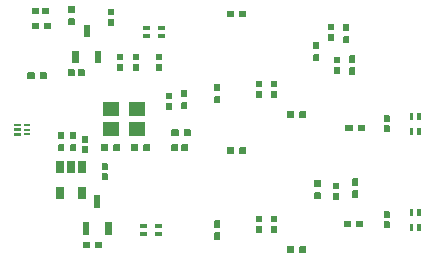
<source format=gbp>
G04 Layer: BottomPasteMaskLayer*
G04 EasyEDA v6.4.20.6, 2021-08-10T23:17:12+08:00*
G04 038dca5a8d274e5a88e6f2799ec95489,d221c9f3c2774e99b69775551637dae4,10*
G04 Gerber Generator version 0.2*
G04 Scale: 100 percent, Rotated: No, Reflected: No *
G04 Dimensions in millimeters *
G04 leading zeros omitted , absolute positions ,4 integer and 5 decimal *
%FSLAX45Y45*%
%MOMM*%

%ADD30R,0.5850X0.2240*%

%LPD*%
G36*
X2250287Y1485087D02*
G01*
X2246274Y1481124D01*
X2246274Y1431036D01*
X2250287Y1427022D01*
X2296312Y1427022D01*
X2300325Y1431036D01*
X2300325Y1481124D01*
X2296312Y1485087D01*
G37*
G36*
X2250287Y1570177D02*
G01*
X2246274Y1566164D01*
X2246274Y1516075D01*
X2250287Y1512112D01*
X2296312Y1512112D01*
X2300325Y1516075D01*
X2300325Y1566164D01*
X2296312Y1570177D01*
G37*
G36*
X2250287Y342087D02*
G01*
X2246274Y338124D01*
X2246274Y288036D01*
X2250287Y284022D01*
X2296312Y284022D01*
X2300325Y288036D01*
X2300325Y338124D01*
X2296312Y342087D01*
G37*
G36*
X2250287Y427177D02*
G01*
X2246274Y423164D01*
X2246274Y373075D01*
X2250287Y369112D01*
X2296312Y369112D01*
X2300325Y373075D01*
X2300325Y423164D01*
X2296312Y427177D01*
G37*
G36*
X2732887Y1967687D02*
G01*
X2728874Y1963724D01*
X2728874Y1913636D01*
X2732887Y1909622D01*
X2778912Y1909622D01*
X2782925Y1913636D01*
X2782925Y1963724D01*
X2778912Y1967687D01*
G37*
G36*
X2732887Y2052777D02*
G01*
X2728874Y2048764D01*
X2728874Y1998675D01*
X2732887Y1994712D01*
X2778912Y1994712D01*
X2782925Y1998675D01*
X2782925Y2048764D01*
X2778912Y2052777D01*
G37*
G36*
X650087Y1100277D02*
G01*
X646074Y1096264D01*
X646074Y1046175D01*
X650087Y1042212D01*
X696112Y1042212D01*
X700125Y1046175D01*
X700125Y1096264D01*
X696112Y1100277D01*
G37*
G36*
X650087Y1015187D02*
G01*
X646074Y1011224D01*
X646074Y961136D01*
X650087Y957122D01*
X696112Y957122D01*
X700125Y961136D01*
X700125Y1011224D01*
X696112Y1015187D01*
G37*
G36*
X2783687Y1688287D02*
G01*
X2779674Y1684324D01*
X2779674Y1634236D01*
X2783687Y1630222D01*
X2829712Y1630222D01*
X2833725Y1634236D01*
X2833725Y1684324D01*
X2829712Y1688287D01*
G37*
G36*
X2783687Y1773377D02*
G01*
X2779674Y1769364D01*
X2779674Y1719275D01*
X2783687Y1715312D01*
X2829712Y1715312D01*
X2833725Y1719275D01*
X2833725Y1769364D01*
X2829712Y1773377D01*
G37*
G36*
X2123287Y1570177D02*
G01*
X2119274Y1566164D01*
X2119274Y1516075D01*
X2123287Y1512112D01*
X2169312Y1512112D01*
X2173325Y1516075D01*
X2173325Y1566164D01*
X2169312Y1570177D01*
G37*
G36*
X2123287Y1485087D02*
G01*
X2119274Y1481124D01*
X2119274Y1431036D01*
X2123287Y1427022D01*
X2169312Y1427022D01*
X2173325Y1431036D01*
X2173325Y1481124D01*
X2169312Y1485087D01*
G37*
G36*
X224536Y2186025D02*
G01*
X220522Y2182012D01*
X220522Y2135987D01*
X224536Y2131974D01*
X274624Y2131974D01*
X278587Y2135987D01*
X278587Y2182012D01*
X274624Y2186025D01*
G37*
G36*
X309575Y2186025D02*
G01*
X305612Y2182012D01*
X305612Y2135987D01*
X309575Y2131974D01*
X359664Y2131974D01*
X363677Y2135987D01*
X363677Y2182012D01*
X359664Y2186025D01*
G37*
G36*
X3202787Y465277D02*
G01*
X3198774Y461264D01*
X3198774Y411175D01*
X3202787Y407212D01*
X3248812Y407212D01*
X3252825Y411175D01*
X3252825Y461264D01*
X3248812Y465277D01*
G37*
G36*
X3202787Y380187D02*
G01*
X3198774Y376224D01*
X3198774Y326136D01*
X3202787Y322122D01*
X3248812Y322122D01*
X3252825Y326136D01*
X3252825Y376224D01*
X3248812Y380187D01*
G37*
G36*
X3202787Y1278077D02*
G01*
X3198774Y1274064D01*
X3198774Y1223975D01*
X3202787Y1220012D01*
X3248812Y1220012D01*
X3252825Y1223975D01*
X3252825Y1274064D01*
X3248812Y1278077D01*
G37*
G36*
X3202787Y1192987D02*
G01*
X3198774Y1189024D01*
X3198774Y1138936D01*
X3202787Y1134922D01*
X3248812Y1134922D01*
X3252825Y1138936D01*
X3252825Y1189024D01*
X3248812Y1192987D01*
G37*
G36*
X865987Y2094687D02*
G01*
X861974Y2090724D01*
X861974Y2040636D01*
X865987Y2036622D01*
X912012Y2036622D01*
X916025Y2040636D01*
X916025Y2090724D01*
X912012Y2094687D01*
G37*
G36*
X865987Y2179777D02*
G01*
X861974Y2175764D01*
X861974Y2125675D01*
X865987Y2121712D01*
X912012Y2121712D01*
X916025Y2125675D01*
X916025Y2175764D01*
X912012Y2179777D01*
G37*
G36*
X2770987Y706577D02*
G01*
X2766974Y702564D01*
X2766974Y652475D01*
X2770987Y648512D01*
X2817012Y648512D01*
X2821025Y652475D01*
X2821025Y702564D01*
X2817012Y706577D01*
G37*
G36*
X2770987Y621487D02*
G01*
X2766974Y617524D01*
X2766974Y567436D01*
X2770987Y563422D01*
X2817012Y563422D01*
X2821025Y567436D01*
X2821025Y617524D01*
X2817012Y621487D01*
G37*
G36*
X2123287Y427177D02*
G01*
X2119274Y423164D01*
X2119274Y373075D01*
X2123287Y369112D01*
X2169312Y369112D01*
X2173325Y373075D01*
X2173325Y423164D01*
X2169312Y427177D01*
G37*
G36*
X2123287Y342087D02*
G01*
X2119274Y338124D01*
X2119274Y288036D01*
X2123287Y284022D01*
X2169312Y284022D01*
X2173325Y288036D01*
X2173325Y338124D01*
X2169312Y342087D01*
G37*
G36*
X942187Y1798777D02*
G01*
X938174Y1794764D01*
X938174Y1744675D01*
X942187Y1740712D01*
X988212Y1740712D01*
X992225Y1744675D01*
X992225Y1794764D01*
X988212Y1798777D01*
G37*
G36*
X942187Y1713687D02*
G01*
X938174Y1709724D01*
X938174Y1659636D01*
X942187Y1655622D01*
X988212Y1655622D01*
X992225Y1659636D01*
X992225Y1709724D01*
X988212Y1713687D01*
G37*
G36*
X815187Y786587D02*
G01*
X811174Y782624D01*
X811174Y732536D01*
X815187Y728522D01*
X861212Y728522D01*
X865225Y732536D01*
X865225Y782624D01*
X861212Y786587D01*
G37*
G36*
X815187Y871677D02*
G01*
X811174Y867664D01*
X811174Y817575D01*
X815187Y813612D01*
X861212Y813612D01*
X865225Y817575D01*
X865225Y867664D01*
X861212Y871677D01*
G37*
G36*
X1081887Y1713687D02*
G01*
X1077874Y1709724D01*
X1077874Y1659636D01*
X1081887Y1655622D01*
X1127912Y1655622D01*
X1131925Y1659636D01*
X1131925Y1709724D01*
X1127912Y1713687D01*
G37*
G36*
X1081887Y1798777D02*
G01*
X1077874Y1794764D01*
X1077874Y1744675D01*
X1081887Y1740712D01*
X1127912Y1740712D01*
X1131925Y1744675D01*
X1131925Y1794764D01*
X1127912Y1798777D01*
G37*
G36*
X1405636Y1030325D02*
G01*
X1401622Y1026312D01*
X1401622Y980287D01*
X1405636Y976274D01*
X1455674Y976274D01*
X1459687Y980287D01*
X1459687Y1026312D01*
X1455674Y1030325D01*
G37*
G36*
X1490726Y1030325D02*
G01*
X1486712Y1026312D01*
X1486712Y980287D01*
X1490726Y976274D01*
X1540764Y976274D01*
X1544777Y980287D01*
X1544777Y1026312D01*
X1540764Y1030325D01*
G37*
G36*
X1272387Y1798777D02*
G01*
X1268374Y1794764D01*
X1268374Y1744675D01*
X1272387Y1740712D01*
X1318412Y1740712D01*
X1322425Y1744675D01*
X1322425Y1794764D01*
X1318412Y1798777D01*
G37*
G36*
X1272387Y1713687D02*
G01*
X1268374Y1709724D01*
X1268374Y1659636D01*
X1272387Y1655622D01*
X1318412Y1655622D01*
X1322425Y1659636D01*
X1322425Y1709724D01*
X1318412Y1713687D01*
G37*
G36*
X1361287Y1383487D02*
G01*
X1357274Y1379524D01*
X1357274Y1329436D01*
X1361287Y1325422D01*
X1407312Y1325422D01*
X1411325Y1329436D01*
X1411325Y1379524D01*
X1407312Y1383487D01*
G37*
G36*
X1361287Y1468577D02*
G01*
X1357274Y1464564D01*
X1357274Y1414475D01*
X1361287Y1410512D01*
X1407312Y1410512D01*
X1411325Y1414475D01*
X1411325Y1464564D01*
X1407312Y1468577D01*
G37*
G36*
X1510893Y1157782D02*
G01*
X1505915Y1152804D01*
X1505915Y1107795D01*
X1510893Y1102817D01*
X1563878Y1102817D01*
X1568907Y1107795D01*
X1568907Y1152804D01*
X1563878Y1157782D01*
G37*
G36*
X1407922Y1157782D02*
G01*
X1402892Y1152804D01*
X1402892Y1107795D01*
X1407922Y1102817D01*
X1460906Y1102817D01*
X1465884Y1107795D01*
X1465884Y1152804D01*
X1460906Y1157782D01*
G37*
G36*
X811022Y1030782D02*
G01*
X805992Y1025804D01*
X805992Y980795D01*
X811022Y975817D01*
X864006Y975817D01*
X868984Y980795D01*
X868984Y1025804D01*
X864006Y1030782D01*
G37*
G36*
X913993Y1030782D02*
G01*
X909015Y1025804D01*
X909015Y980795D01*
X913993Y975817D01*
X966978Y975817D01*
X972007Y980795D01*
X972007Y1025804D01*
X966978Y1030782D01*
G37*
G36*
X1488795Y1389684D02*
G01*
X1483817Y1384706D01*
X1483817Y1331722D01*
X1488795Y1326692D01*
X1533804Y1326692D01*
X1538782Y1331722D01*
X1538782Y1384706D01*
X1533804Y1389684D01*
G37*
G36*
X1488795Y1492707D02*
G01*
X1483817Y1487678D01*
X1483817Y1434693D01*
X1488795Y1429715D01*
X1533804Y1429715D01*
X1538782Y1434693D01*
X1538782Y1487678D01*
X1533804Y1492707D01*
G37*
G36*
X447395Y1137107D02*
G01*
X442417Y1132078D01*
X442417Y1079093D01*
X447395Y1074115D01*
X492404Y1074115D01*
X497382Y1079093D01*
X497382Y1132078D01*
X492404Y1137107D01*
G37*
G36*
X447395Y1034084D02*
G01*
X442417Y1029106D01*
X442417Y976121D01*
X447395Y971092D01*
X492404Y971092D01*
X497382Y976121D01*
X497382Y1029106D01*
X492404Y1034084D01*
G37*
G36*
X1065022Y1030782D02*
G01*
X1059992Y1025804D01*
X1059992Y980795D01*
X1065022Y975817D01*
X1118006Y975817D01*
X1122984Y980795D01*
X1122984Y1025804D01*
X1118006Y1030782D01*
G37*
G36*
X1167993Y1030782D02*
G01*
X1163015Y1025804D01*
X1163015Y980795D01*
X1167993Y975817D01*
X1220978Y975817D01*
X1226007Y980795D01*
X1226007Y1025804D01*
X1220978Y1030782D01*
G37*
G36*
X2619095Y730707D02*
G01*
X2614117Y725678D01*
X2614117Y672693D01*
X2619095Y667715D01*
X2664104Y667715D01*
X2669082Y672693D01*
X2669082Y725678D01*
X2664104Y730707D01*
G37*
G36*
X2619095Y627684D02*
G01*
X2614117Y622706D01*
X2614117Y569722D01*
X2619095Y564692D01*
X2664104Y564692D01*
X2669082Y569722D01*
X2669082Y622706D01*
X2664104Y627684D01*
G37*
G36*
X2488793Y167182D02*
G01*
X2483815Y162204D01*
X2483815Y117195D01*
X2488793Y112217D01*
X2541778Y112217D01*
X2546807Y117195D01*
X2546807Y162204D01*
X2541778Y167182D01*
G37*
G36*
X2385822Y167182D02*
G01*
X2380792Y162204D01*
X2380792Y117195D01*
X2385822Y112217D01*
X2438806Y112217D01*
X2443784Y117195D01*
X2443784Y162204D01*
X2438806Y167182D01*
G37*
G36*
X1768195Y284784D02*
G01*
X1763217Y279806D01*
X1763217Y226821D01*
X1768195Y221792D01*
X1813204Y221792D01*
X1818182Y226821D01*
X1818182Y279806D01*
X1813204Y284784D01*
G37*
G36*
X1768195Y387807D02*
G01*
X1763217Y382778D01*
X1763217Y329793D01*
X1768195Y324815D01*
X1813204Y324815D01*
X1818182Y329793D01*
X1818182Y382778D01*
X1813204Y387807D01*
G37*
G36*
X1877822Y1005382D02*
G01*
X1872792Y1000404D01*
X1872792Y955395D01*
X1877822Y950417D01*
X1930806Y950417D01*
X1935784Y955395D01*
X1935784Y1000404D01*
X1930806Y1005382D01*
G37*
G36*
X1980793Y1005382D02*
G01*
X1975815Y1000404D01*
X1975815Y955395D01*
X1980793Y950417D01*
X2033778Y950417D01*
X2038807Y955395D01*
X2038807Y1000404D01*
X2033778Y1005382D01*
G37*
G36*
X2936595Y640384D02*
G01*
X2931617Y635406D01*
X2931617Y582422D01*
X2936595Y577392D01*
X2981604Y577392D01*
X2986582Y582422D01*
X2986582Y635406D01*
X2981604Y640384D01*
G37*
G36*
X2936595Y743407D02*
G01*
X2931617Y738378D01*
X2931617Y685393D01*
X2936595Y680415D01*
X2981604Y680415D01*
X2986582Y685393D01*
X2986582Y738378D01*
X2981604Y743407D01*
G37*
G36*
X761593Y205282D02*
G01*
X756615Y200304D01*
X756615Y155295D01*
X761593Y150317D01*
X814578Y150317D01*
X819607Y155295D01*
X819607Y200304D01*
X814578Y205282D01*
G37*
G36*
X658622Y205282D02*
G01*
X653592Y200304D01*
X653592Y155295D01*
X658622Y150317D01*
X711606Y150317D01*
X716584Y155295D01*
X716584Y200304D01*
X711606Y205282D01*
G37*
G36*
X536295Y2100884D02*
G01*
X531317Y2095906D01*
X531317Y2042922D01*
X536295Y2037892D01*
X581304Y2037892D01*
X586282Y2042922D01*
X586282Y2095906D01*
X581304Y2100884D01*
G37*
G36*
X536295Y2203907D02*
G01*
X531317Y2198878D01*
X531317Y2145893D01*
X536295Y2140915D01*
X581304Y2140915D01*
X586282Y2145893D01*
X586282Y2198878D01*
X581304Y2203907D01*
G37*
G36*
X2606395Y1899107D02*
G01*
X2601417Y1894078D01*
X2601417Y1841093D01*
X2606395Y1836115D01*
X2651404Y1836115D01*
X2656382Y1841093D01*
X2656382Y1894078D01*
X2651404Y1899107D01*
G37*
G36*
X2606395Y1796084D02*
G01*
X2601417Y1791106D01*
X2601417Y1738122D01*
X2606395Y1733092D01*
X2651404Y1733092D01*
X2656382Y1738122D01*
X2656382Y1791106D01*
X2651404Y1796084D01*
G37*
G36*
X2984093Y1195882D02*
G01*
X2979115Y1190904D01*
X2979115Y1145895D01*
X2984093Y1140917D01*
X3037078Y1140917D01*
X3042107Y1145895D01*
X3042107Y1190904D01*
X3037078Y1195882D01*
G37*
G36*
X2881122Y1195882D02*
G01*
X2876092Y1190904D01*
X2876092Y1145895D01*
X2881122Y1140917D01*
X2934106Y1140917D01*
X2939084Y1145895D01*
X2939084Y1190904D01*
X2934106Y1195882D01*
G37*
G36*
X2971393Y383082D02*
G01*
X2966415Y378104D01*
X2966415Y333095D01*
X2971393Y328117D01*
X3024378Y328117D01*
X3029407Y333095D01*
X3029407Y378104D01*
X3024378Y383082D01*
G37*
G36*
X2868422Y383082D02*
G01*
X2863392Y378104D01*
X2863392Y333095D01*
X2868422Y328117D01*
X2921406Y328117D01*
X2926384Y333095D01*
X2926384Y378104D01*
X2921406Y383082D01*
G37*
G36*
X2488793Y1310182D02*
G01*
X2483815Y1305204D01*
X2483815Y1260195D01*
X2488793Y1255217D01*
X2541778Y1255217D01*
X2546807Y1260195D01*
X2546807Y1305204D01*
X2541778Y1310182D01*
G37*
G36*
X2385822Y1310182D02*
G01*
X2380792Y1305204D01*
X2380792Y1260195D01*
X2385822Y1255217D01*
X2438806Y1255217D01*
X2443784Y1260195D01*
X2443784Y1305204D01*
X2438806Y1310182D01*
G37*
G36*
X1768195Y1440484D02*
G01*
X1763217Y1435506D01*
X1763217Y1382522D01*
X1768195Y1377492D01*
X1813204Y1377492D01*
X1818182Y1382522D01*
X1818182Y1435506D01*
X1813204Y1440484D01*
G37*
G36*
X1768195Y1543507D02*
G01*
X1763217Y1538478D01*
X1763217Y1485493D01*
X1768195Y1480515D01*
X1813204Y1480515D01*
X1818182Y1485493D01*
X1818182Y1538478D01*
X1813204Y1543507D01*
G37*
G36*
X1877822Y2161082D02*
G01*
X1872792Y2156104D01*
X1872792Y2111095D01*
X1877822Y2106117D01*
X1930806Y2106117D01*
X1935784Y2111095D01*
X1935784Y2156104D01*
X1930806Y2161082D01*
G37*
G36*
X1980793Y2161082D02*
G01*
X1975815Y2156104D01*
X1975815Y2111095D01*
X1980793Y2106117D01*
X2033778Y2106117D01*
X2038807Y2111095D01*
X2038807Y2156104D01*
X2033778Y2161082D01*
G37*
G36*
X2911195Y1681784D02*
G01*
X2906217Y1676806D01*
X2906217Y1623822D01*
X2911195Y1618792D01*
X2956204Y1618792D01*
X2961182Y1623822D01*
X2961182Y1676806D01*
X2956204Y1681784D01*
G37*
G36*
X2911195Y1784807D02*
G01*
X2906217Y1779778D01*
X2906217Y1726793D01*
X2911195Y1721815D01*
X2956204Y1721815D01*
X2961182Y1726793D01*
X2961182Y1779778D01*
X2956204Y1784807D01*
G37*
G36*
X548995Y1137107D02*
G01*
X544017Y1132078D01*
X544017Y1079093D01*
X548995Y1074115D01*
X594004Y1074115D01*
X598982Y1079093D01*
X598982Y1132078D01*
X594004Y1137107D01*
G37*
G36*
X548995Y1034084D02*
G01*
X544017Y1029106D01*
X544017Y976121D01*
X548995Y971092D01*
X594004Y971092D01*
X598982Y976121D01*
X598982Y1029106D01*
X594004Y1034084D01*
G37*
G36*
X2860395Y1948484D02*
G01*
X2855417Y1943506D01*
X2855417Y1890522D01*
X2860395Y1885492D01*
X2905404Y1885492D01*
X2910382Y1890522D01*
X2910382Y1943506D01*
X2905404Y1948484D01*
G37*
G36*
X2860395Y2051507D02*
G01*
X2855417Y2046478D01*
X2855417Y1993493D01*
X2860395Y1988515D01*
X2905404Y1988515D01*
X2910382Y1993493D01*
X2910382Y2046478D01*
X2905404Y2051507D01*
G37*
G36*
X329793Y2059482D02*
G01*
X324815Y2054504D01*
X324815Y2009495D01*
X329793Y2004517D01*
X382778Y2004517D01*
X387807Y2009495D01*
X387807Y2054504D01*
X382778Y2059482D01*
G37*
G36*
X226821Y2059482D02*
G01*
X221792Y2054504D01*
X221792Y2009495D01*
X226821Y2004517D01*
X279806Y2004517D01*
X284784Y2009495D01*
X284784Y2054504D01*
X279806Y2059482D01*
G37*
G36*
X291693Y1640382D02*
G01*
X286715Y1635404D01*
X286715Y1590395D01*
X291693Y1585417D01*
X344678Y1585417D01*
X349707Y1590395D01*
X349707Y1635404D01*
X344678Y1640382D01*
G37*
G36*
X188722Y1640382D02*
G01*
X183692Y1635404D01*
X183692Y1590395D01*
X188722Y1585417D01*
X241706Y1585417D01*
X246684Y1590395D01*
X246684Y1635404D01*
X241706Y1640382D01*
G37*
G36*
X614375Y1665325D02*
G01*
X610412Y1661312D01*
X610412Y1615287D01*
X614375Y1611274D01*
X664464Y1611274D01*
X668477Y1615287D01*
X668477Y1661312D01*
X664464Y1665325D01*
G37*
G36*
X529336Y1665325D02*
G01*
X525322Y1661312D01*
X525322Y1615287D01*
X529336Y1611274D01*
X579424Y1611274D01*
X583387Y1615287D01*
X583387Y1661312D01*
X579424Y1665325D01*
G37*
D30*
G01*
X181457Y1195704D03*
G01*
X181457Y1155700D03*
G01*
X181457Y1115695D03*
G36*
X68699Y1126898D02*
G01*
X127200Y1126898D01*
X127200Y1104501D01*
X68699Y1104501D01*
G37*
G36*
X68699Y1166898D02*
G01*
X127200Y1166898D01*
X127200Y1144501D01*
X68699Y1144501D01*
G37*
G36*
X68699Y1206898D02*
G01*
X127200Y1206898D01*
X127200Y1184501D01*
X68699Y1184501D01*
G37*
G36*
X424700Y891199D02*
G01*
X424700Y785200D01*
X489699Y785200D01*
X489699Y891199D01*
G37*
G36*
X519696Y891199D02*
G01*
X519696Y785200D01*
X584697Y785200D01*
X584697Y891199D01*
G37*
G36*
X614692Y891199D02*
G01*
X614692Y785200D01*
X679693Y785200D01*
X679693Y891199D01*
G37*
G36*
X614692Y671210D02*
G01*
X614692Y565210D01*
X679693Y565210D01*
X679693Y671210D01*
G37*
G36*
X424700Y671210D02*
G01*
X424700Y565210D01*
X489699Y565210D01*
X489699Y671210D01*
G37*
G36*
X823300Y1269705D02*
G01*
X963300Y1269705D01*
X963300Y1389705D01*
X823300Y1389705D01*
G37*
G36*
X1043299Y1269705D02*
G01*
X1183299Y1269705D01*
X1183299Y1389705D01*
X1043299Y1389705D01*
G37*
G36*
X1043299Y1099494D02*
G01*
X1183299Y1099494D01*
X1183299Y1219494D01*
X1043299Y1219494D01*
G37*
G36*
X823300Y1099499D02*
G01*
X963300Y1099499D01*
X963300Y1219499D01*
X823300Y1219499D01*
G37*
G36*
X712398Y1937849D02*
G01*
X659201Y1937849D01*
X659201Y2041601D01*
X712398Y2041601D01*
G37*
G36*
X807399Y1717598D02*
G01*
X754199Y1717598D01*
X754199Y1821350D01*
X807399Y1821350D01*
G37*
G36*
X617400Y1717598D02*
G01*
X564200Y1717598D01*
X564200Y1821350D01*
X617400Y1821350D01*
G37*
G36*
X896299Y264812D02*
G01*
X843099Y264812D01*
X843099Y371812D01*
X896299Y371812D01*
G37*
G36*
X706300Y264812D02*
G01*
X653100Y264812D01*
X653100Y371812D01*
X706300Y371812D01*
G37*
G36*
X801298Y491812D02*
G01*
X748101Y491812D01*
X748101Y598812D01*
X801298Y598812D01*
G37*
G36*
X1223799Y1998685D02*
G01*
X1223799Y2028687D01*
X1163800Y2028687D01*
X1163800Y1998685D01*
G37*
G36*
X1223799Y1933686D02*
G01*
X1223799Y1963689D01*
X1163800Y1963689D01*
X1163800Y1933686D01*
G37*
G36*
X1265400Y287314D02*
G01*
X1265400Y257312D01*
X1325399Y257312D01*
X1325399Y287314D01*
G37*
G36*
X1265400Y352313D02*
G01*
X1265400Y322310D01*
X1325399Y322310D01*
X1325399Y352313D01*
G37*
G36*
X1138400Y287314D02*
G01*
X1138400Y257312D01*
X1198399Y257312D01*
X1198399Y287314D01*
G37*
G36*
X1138400Y352313D02*
G01*
X1138400Y322310D01*
X1198399Y322310D01*
X1198399Y352313D01*
G37*
G36*
X1350799Y1998685D02*
G01*
X1350799Y2028687D01*
X1290800Y2028687D01*
X1290800Y1998685D01*
G37*
G36*
X1350799Y1933686D02*
G01*
X1350799Y1963689D01*
X1290800Y1963689D01*
X1290800Y1933686D01*
G37*
G36*
X3484585Y1113000D02*
G01*
X3514587Y1113000D01*
X3514587Y1172999D01*
X3484585Y1172999D01*
G37*
G36*
X3419586Y1113000D02*
G01*
X3449589Y1113000D01*
X3449589Y1172999D01*
X3419586Y1172999D01*
G37*
G36*
X3484585Y300200D02*
G01*
X3514587Y300200D01*
X3514587Y360199D01*
X3484585Y360199D01*
G37*
G36*
X3419586Y300200D02*
G01*
X3449589Y300200D01*
X3449589Y360199D01*
X3419586Y360199D01*
G37*
G36*
X3484585Y1240000D02*
G01*
X3514587Y1240000D01*
X3514587Y1299999D01*
X3484585Y1299999D01*
G37*
G36*
X3419586Y1240000D02*
G01*
X3449589Y1240000D01*
X3449589Y1299999D01*
X3419586Y1299999D01*
G37*
G36*
X3484585Y427200D02*
G01*
X3514587Y427200D01*
X3514587Y487199D01*
X3484585Y487199D01*
G37*
G36*
X3419586Y427200D02*
G01*
X3449589Y427200D01*
X3449589Y487199D01*
X3419586Y487199D01*
G37*
M02*

</source>
